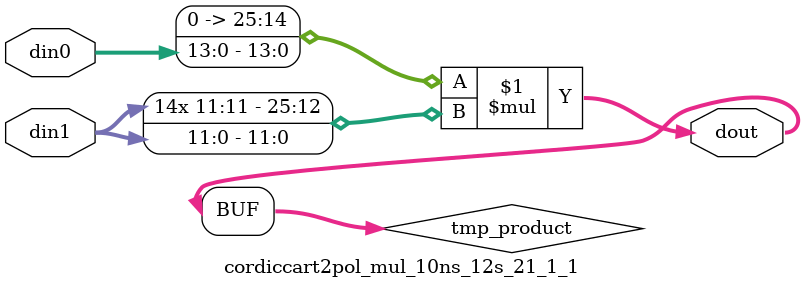
<source format=v>

`timescale 1 ns / 1 ps

 module cordiccart2pol_mul_10ns_12s_21_1_1(din0, din1, dout);
parameter ID = 1;
parameter NUM_STAGE = 0;
parameter din0_WIDTH = 14;
parameter din1_WIDTH = 12;
parameter dout_WIDTH = 26;

input [din0_WIDTH - 1 : 0] din0; 
input [din1_WIDTH - 1 : 0] din1; 
output [dout_WIDTH - 1 : 0] dout;

wire signed [dout_WIDTH - 1 : 0] tmp_product;

























assign tmp_product = $signed({1'b0, din0}) * $signed(din1);










assign dout = tmp_product;





















endmodule

</source>
